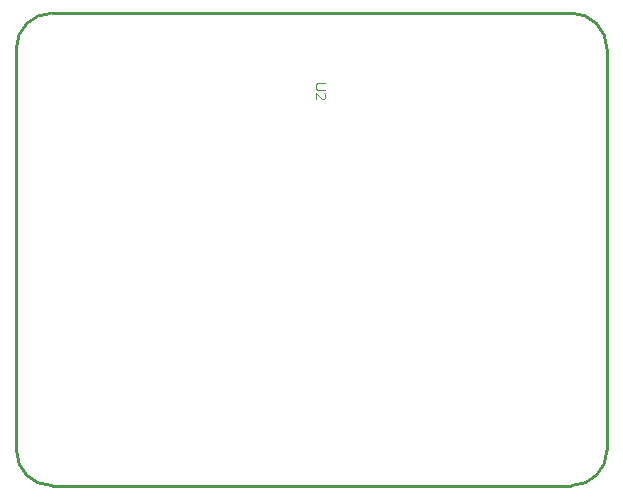
<source format=gm1>
G04*
G04 #@! TF.GenerationSoftware,Altium Limited,Altium Designer,24.4.1 (13)*
G04*
G04 Layer_Color=16711935*
%FSLAX44Y44*%
%MOMM*%
G71*
G04*
G04 #@! TF.SameCoordinates,EA300020-20D2-4A69-A7C9-2FF48D3C62D3*
G04*
G04*
G04 #@! TF.FilePolarity,Positive*
G04*
G01*
G75*
%ADD10C,0.2500*%
%ADD87C,0.2540*%
%ADD88C,0.1000*%
D10*
X500000Y30000D02*
Y370000D01*
X30000Y400000D02*
X470000D01*
X30000Y0D02*
X470000D01*
X0Y30000D02*
Y370000D01*
D87*
X500000D02*
G03*
X470000Y400000I-30000J0D01*
G01*
Y0D02*
G03*
X500000Y30000I0J30000D01*
G01*
X30000Y400000D02*
G03*
X0Y370000I0J-30000D01*
G01*
Y30000D02*
G03*
X30000Y0I30000J0D01*
G01*
D88*
X261457Y340510D02*
X254793D01*
X253460Y339177D01*
Y336511D01*
X254793Y335178D01*
X261457D01*
X253460Y327181D02*
Y332513D01*
X258792Y327181D01*
X260124D01*
X261457Y328514D01*
Y331180D01*
X260124Y332513D01*
M02*

</source>
